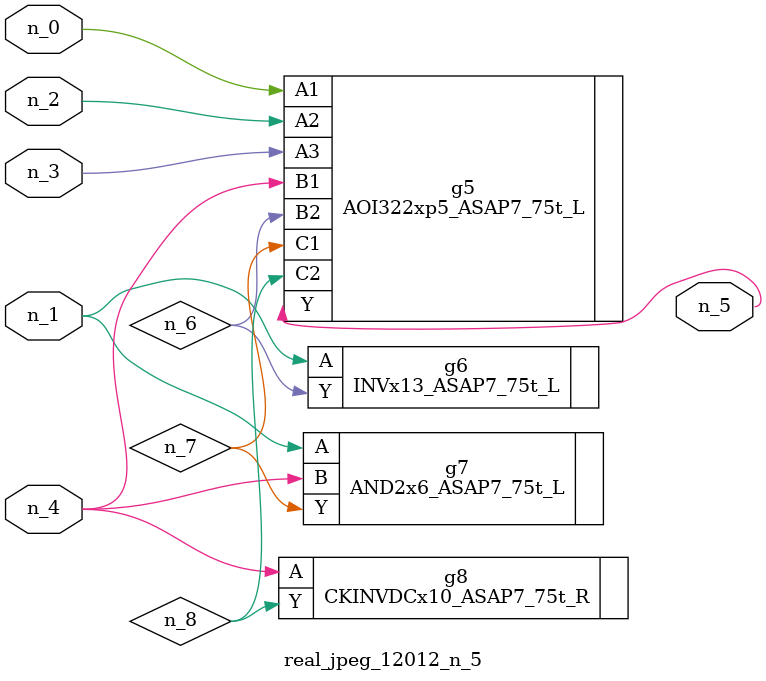
<source format=v>
module real_jpeg_12012_n_5 (n_4, n_0, n_1, n_2, n_3, n_5);

input n_4;
input n_0;
input n_1;
input n_2;
input n_3;

output n_5;

wire n_8;
wire n_6;
wire n_7;

AOI322xp5_ASAP7_75t_L g5 ( 
.A1(n_0),
.A2(n_2),
.A3(n_3),
.B1(n_4),
.B2(n_6),
.C1(n_7),
.C2(n_8),
.Y(n_5)
);

INVx13_ASAP7_75t_L g6 ( 
.A(n_1),
.Y(n_6)
);

AND2x6_ASAP7_75t_L g7 ( 
.A(n_1),
.B(n_4),
.Y(n_7)
);

CKINVDCx10_ASAP7_75t_R g8 ( 
.A(n_4),
.Y(n_8)
);


endmodule
</source>
